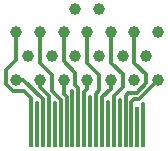
<source format=gbr>
G04 #@! TF.FileFunction,Copper,L2,Bot,Signal*
%FSLAX46Y46*%
G04 Gerber Fmt 4.6, Leading zero omitted, Abs format (unit mm)*
G04 Created by KiCad (PCBNEW 4.0.7) date 07/03/18 10:56:41*
%MOMM*%
%LPD*%
G01*
G04 APERTURE LIST*
%ADD10C,0.100000*%
%ADD11C,1.000000*%
%ADD12R,0.300000X3.500000*%
%ADD13C,0.250000*%
%ADD14C,0.300000*%
G04 APERTURE END LIST*
D10*
D11*
X154250000Y-96700000D03*
X152250000Y-96700000D03*
X159250000Y-102700000D03*
X157250000Y-102700000D03*
X155250000Y-102700000D03*
X153250000Y-102700000D03*
X151250000Y-102700000D03*
X149250000Y-102700000D03*
X147250000Y-102700000D03*
X147250000Y-98700000D03*
X148250000Y-100700000D03*
X150250000Y-100700000D03*
X152250000Y-100700000D03*
X154250000Y-100700000D03*
X156250000Y-100700000D03*
X158250000Y-100700000D03*
X149250000Y-98700000D03*
X151250000Y-98700000D03*
X153250000Y-98700000D03*
X155250000Y-98700000D03*
X157250000Y-98700000D03*
X159250000Y-98700000D03*
D12*
X158003240Y-106677400D03*
X157503240Y-106677400D03*
X157003240Y-106677400D03*
X156503240Y-106677400D03*
X156003240Y-106677400D03*
X155503240Y-106677400D03*
X155003240Y-106677400D03*
X154503240Y-106677400D03*
X154003240Y-106677400D03*
X153503240Y-106677400D03*
X153003240Y-106677400D03*
X152503240Y-106677400D03*
X152003240Y-106677400D03*
X151503240Y-106677400D03*
X151003240Y-106677400D03*
X150503240Y-106677400D03*
X150003240Y-106677400D03*
X149503240Y-106677400D03*
X149003240Y-106677400D03*
X148503240Y-106677400D03*
D13*
X149001100Y-104663240D03*
X149504400Y-107868720D03*
X150501100Y-104691220D03*
X151003000Y-107868720D03*
X152001100Y-103692960D03*
X152506680Y-107868720D03*
X153501100Y-104148900D03*
X154005280Y-107868720D03*
X155001100Y-104598900D03*
X155503880Y-107868720D03*
X156001720Y-104447340D03*
X156504640Y-107868720D03*
X157003240Y-104611680D03*
X157505400Y-107868720D03*
X157991102Y-104780080D03*
D14*
X147250000Y-98700000D02*
X147250000Y-100999440D01*
X148503240Y-104261520D02*
X148503240Y-106677400D01*
X147934680Y-103692960D02*
X148503240Y-104261520D01*
X146959320Y-103692960D02*
X147934680Y-103692960D01*
X146359880Y-103093520D02*
X146959320Y-103692960D01*
X146359880Y-101889560D02*
X146359880Y-103093520D01*
X147250000Y-100999440D02*
X146359880Y-101889560D01*
X149001480Y-106675640D02*
X149001480Y-104663620D01*
X149001480Y-104663620D02*
X149001100Y-104663240D01*
X149001480Y-106675640D02*
X149003240Y-106677400D01*
X148993242Y-106677400D02*
X149003240Y-106677400D01*
X147250000Y-102700000D02*
X147850000Y-102700000D01*
X149501100Y-104351100D02*
X149501100Y-105003600D01*
X147850000Y-102700000D02*
X149501100Y-104351100D01*
X149250000Y-102700000D02*
X149250000Y-103347120D01*
X150003240Y-104100360D02*
X150003240Y-106677400D01*
X149250000Y-103347120D02*
X150003240Y-104100360D01*
X150503240Y-106677400D02*
X150503240Y-104693360D01*
X150503240Y-104693360D02*
X150501100Y-104691220D01*
X150493242Y-106677400D02*
X150503240Y-106677400D01*
X151001100Y-105003600D02*
X151001100Y-104401100D01*
X149250000Y-101300000D02*
X149250000Y-98700000D01*
X150250000Y-102300000D02*
X149250000Y-101300000D01*
X150250000Y-103650000D02*
X150250000Y-102300000D01*
X151001100Y-104401100D02*
X150250000Y-103650000D01*
X151250000Y-102700000D02*
X151250000Y-103899320D01*
X151503240Y-104152560D02*
X151503240Y-106677400D01*
X151250000Y-103899320D02*
X151503240Y-104152560D01*
X152001220Y-106675380D02*
X152001220Y-103693080D01*
X152001220Y-103693080D02*
X152001100Y-103692960D01*
X152001220Y-106675380D02*
X152003240Y-106677400D01*
X151250000Y-98700000D02*
X151250000Y-101095160D01*
X152493242Y-103369642D02*
X152493242Y-106677400D01*
X152247600Y-103124000D02*
X152493242Y-103369642D01*
X152247600Y-102092760D02*
X152247600Y-103124000D01*
X151250000Y-101095160D02*
X152247600Y-102092760D01*
X152493242Y-106677400D02*
X152503240Y-106677400D01*
X153250000Y-102700000D02*
X153250000Y-103447480D01*
X152999440Y-103698040D02*
X152999440Y-106673600D01*
X153250000Y-103447480D02*
X152999440Y-103698040D01*
X152999440Y-106673600D02*
X153003240Y-106677400D01*
X153503240Y-104151040D02*
X153503240Y-106677400D01*
X153501100Y-104148900D02*
X153503240Y-104151040D01*
X153250000Y-98700000D02*
X153250000Y-101300000D01*
X154010359Y-103921690D02*
X154001100Y-105003600D01*
X154249880Y-103599801D02*
X154010359Y-103921690D01*
X154250000Y-102300000D02*
X154249880Y-103599801D01*
X153250000Y-101300000D02*
X154250000Y-102300000D01*
X155250000Y-102700000D02*
X155250000Y-103449000D01*
X154503240Y-104195760D02*
X154503240Y-106677400D01*
X155250000Y-103449000D02*
X154503240Y-104195760D01*
X155003240Y-104601040D02*
X155003240Y-106677400D01*
X155001100Y-104598900D02*
X155003240Y-104601040D01*
X155250000Y-98700000D02*
X155250000Y-101250000D01*
X155501100Y-104098900D02*
X155501100Y-105003600D01*
X156250000Y-103350000D02*
X155501100Y-104098900D01*
X156250000Y-102250000D02*
X156250000Y-103350000D01*
X155250000Y-101250000D02*
X156250000Y-102250000D01*
X156003240Y-106677400D02*
X156003860Y-104449480D01*
X156003860Y-104449480D02*
X156001720Y-104447340D01*
X157250000Y-98700000D02*
X157250000Y-101250000D01*
X156501100Y-104048900D02*
X156501100Y-105003600D01*
X156750000Y-103800000D02*
X156501100Y-104048900D01*
X157450000Y-103800000D02*
X156750000Y-103800000D01*
X158250000Y-103000000D02*
X157450000Y-103800000D01*
X158250000Y-102250000D02*
X158250000Y-103000000D01*
X157250000Y-101250000D02*
X158250000Y-102250000D01*
X157003240Y-104642920D02*
X157003240Y-104611680D01*
X159250000Y-102700000D02*
X159250000Y-102761160D01*
X159250000Y-102761160D02*
X157652720Y-104358440D01*
X157003240Y-104642920D02*
X157003240Y-106677400D01*
X157256480Y-104358440D02*
X157003240Y-104611680D01*
X157652720Y-104358440D02*
X157256480Y-104358440D01*
X159250000Y-102800000D02*
X159250000Y-102700000D01*
X157505400Y-107868720D02*
X157505000Y-107868720D01*
X158003240Y-104792218D02*
X158003240Y-106677400D01*
X157991102Y-104780080D02*
X158003240Y-104792218D01*
M02*

</source>
